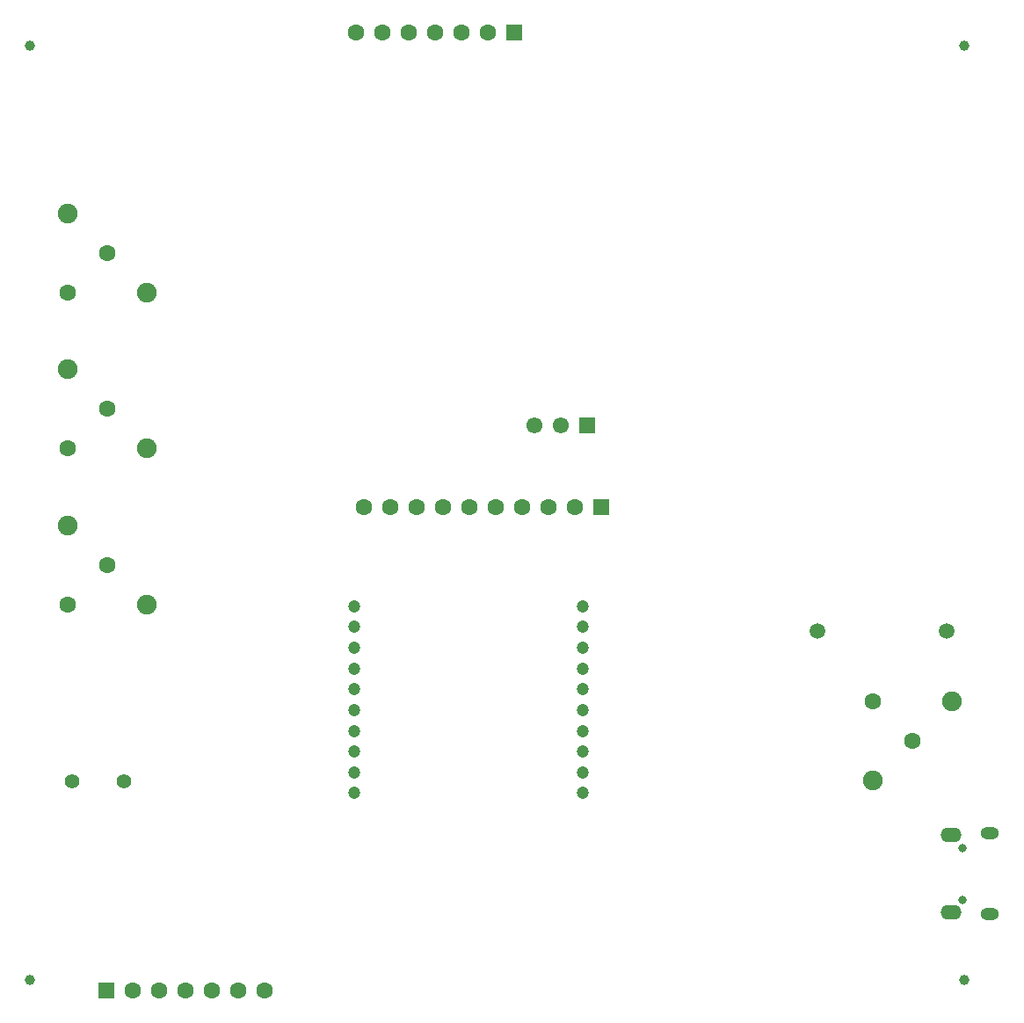
<source format=gbr>
%TF.GenerationSoftware,Altium Limited,Altium Designer,19.1.6 (110)*%
G04 Layer_Color=255*
%FSLAX43Y43*%
%MOMM*%
%TF.FileFunction,Pads,Bot*%
%TF.Part,Single*%
G01*
G75*
%TA.AperFunction,ComponentPad*%
%ADD33C,1.600*%
%ADD34R,1.600X1.600*%
%ADD35R,1.550X1.550*%
%ADD36C,1.550*%
%ADD37C,1.200*%
%ADD38C,1.400*%
%ADD39C,1.500*%
%ADD40O,1.800X1.150*%
%ADD41C,0.800*%
%ADD42O,2.000X1.400*%
%ADD43C,1.900*%
%TA.AperFunction,WasherPad*%
%ADD44C,1.000*%
D33*
X14920Y4000D02*
D03*
X17460D02*
D03*
X20000D02*
D03*
X22540D02*
D03*
X25080D02*
D03*
X27620D02*
D03*
X37211Y50546D02*
D03*
X42291D02*
D03*
X47371D02*
D03*
X52451D02*
D03*
X57531D02*
D03*
X54991D02*
D03*
X49911D02*
D03*
X44831D02*
D03*
X39751D02*
D03*
X49149Y96266D02*
D03*
X46609D02*
D03*
X44069D02*
D03*
X41529D02*
D03*
X38989D02*
D03*
X36449D02*
D03*
X12500Y75000D02*
D03*
X8690Y71190D02*
D03*
Y56190D02*
D03*
X12500Y60000D02*
D03*
X8690Y41190D02*
D03*
X12500Y45000D02*
D03*
X86190Y31810D02*
D03*
X90000Y28000D02*
D03*
D34*
X12380Y4000D02*
D03*
X60071Y50546D02*
D03*
X51689Y96266D02*
D03*
D35*
X58714Y58404D02*
D03*
D36*
X53634D02*
D03*
X56174D02*
D03*
D37*
X58244Y41000D02*
D03*
Y37000D02*
D03*
Y39000D02*
D03*
Y33000D02*
D03*
Y31000D02*
D03*
Y35000D02*
D03*
Y27000D02*
D03*
Y29000D02*
D03*
Y25000D02*
D03*
Y23000D02*
D03*
X36244Y41000D02*
D03*
Y37000D02*
D03*
Y39000D02*
D03*
Y33000D02*
D03*
Y31000D02*
D03*
Y35000D02*
D03*
Y27000D02*
D03*
Y29000D02*
D03*
Y23000D02*
D03*
Y25000D02*
D03*
D38*
X9057Y24130D02*
D03*
X14057D02*
D03*
D39*
X93372Y38611D02*
D03*
X80872D02*
D03*
D40*
X97526Y19115D02*
D03*
Y11365D02*
D03*
D41*
X94826Y17740D02*
D03*
Y12740D02*
D03*
D42*
X93726Y18965D02*
D03*
Y11515D02*
D03*
D43*
X8690Y78810D02*
D03*
X16310Y71190D02*
D03*
Y56190D02*
D03*
X8690Y63810D02*
D03*
X16310Y41190D02*
D03*
X8690Y48810D02*
D03*
X86190Y24190D02*
D03*
X93810Y31810D02*
D03*
D44*
X5000Y5000D02*
D03*
X95000D02*
D03*
Y95000D02*
D03*
X5000D02*
D03*
%TF.MD5,42f2785dc1f44557cc1868982b16a293*%
M02*

</source>
